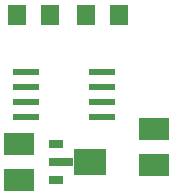
<source format=gbp>
G04 #@! TF.FileFunction,Paste,Bot*
%FSLAX46Y46*%
G04 Gerber Fmt 4.6, Leading zero omitted, Abs format (unit mm)*
G04 Created by KiCad (PCBNEW 4.0.1-stable) date 28/05/2016 22:33:24*
%MOMM*%
G01*
G04 APERTURE LIST*
%ADD10C,0.100000*%
%ADD11R,2.199640X0.599440*%
%ADD12R,1.600200X1.803400*%
%ADD13R,2.499360X1.950720*%
%ADD14R,1.198880X0.701040*%
%ADD15R,1.998980X0.701040*%
%ADD16R,2.801620X2.199640*%
G04 APERTURE END LIST*
D10*
D11*
X109913420Y-102870000D03*
X109913420Y-104140000D03*
X109913420Y-105410000D03*
X109913420Y-106680000D03*
X103446580Y-106680000D03*
X103446580Y-105410000D03*
X103446580Y-104140000D03*
X103446580Y-102870000D03*
D12*
X105537000Y-98044000D03*
X102743000Y-98044000D03*
X111379000Y-98044000D03*
X108585000Y-98044000D03*
D13*
X114300000Y-110744000D03*
X114300000Y-107696000D03*
X102870000Y-108966000D03*
X102870000Y-112014000D03*
D14*
X106050080Y-111991140D03*
D15*
X106448860Y-110490000D03*
D14*
X106050080Y-108988860D03*
D16*
X108849160Y-110490000D03*
M02*

</source>
